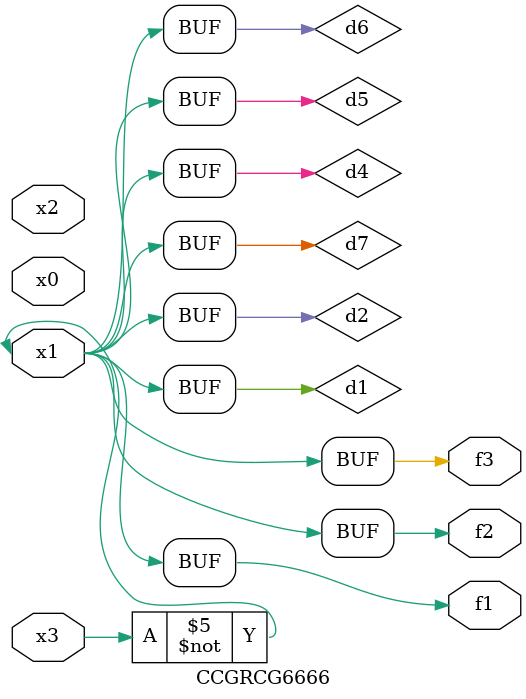
<source format=v>
module CCGRCG6666(
	input x0, x1, x2, x3,
	output f1, f2, f3
);

	wire d1, d2, d3, d4, d5, d6, d7;

	not (d1, x3);
	buf (d2, x1);
	xnor (d3, d1, d2);
	nor (d4, d1);
	buf (d5, d1, d2);
	buf (d6, d4, d5);
	nand (d7, d4);
	assign f1 = d6;
	assign f2 = d7;
	assign f3 = d6;
endmodule

</source>
